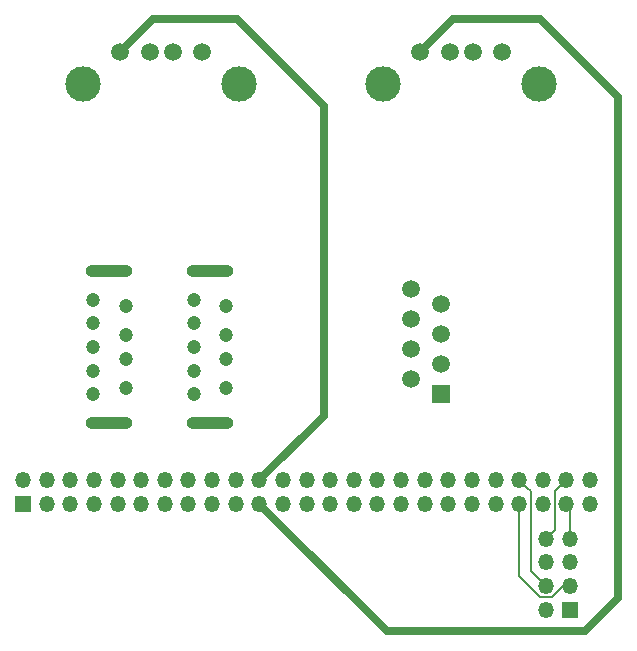
<source format=gbr>
G04 #@! TF.GenerationSoftware,KiCad,Pcbnew,(5.1.2)-1*
G04 #@! TF.CreationDate,2019-10-11T14:20:38-04:00*
G04 #@! TF.ProjectId,faceplate,66616365-706c-4617-9465-2e6b69636164,rev?*
G04 #@! TF.SameCoordinates,Original*
G04 #@! TF.FileFunction,Copper,L1,Top*
G04 #@! TF.FilePolarity,Positive*
%FSLAX46Y46*%
G04 Gerber Fmt 4.6, Leading zero omitted, Abs format (unit mm)*
G04 Created by KiCad (PCBNEW (5.1.2)-1) date 2019-10-11 14:20:38*
%MOMM*%
%LPD*%
G04 APERTURE LIST*
%ADD10R,1.350000X1.350000*%
%ADD11O,1.350000X1.350000*%
%ADD12C,1.500000*%
%ADD13R,1.500000X1.500000*%
%ADD14C,3.000000*%
%ADD15C,1.200000*%
%ADD16O,4.000000X1.000000*%
%ADD17C,0.200000*%
%ADD18C,0.700000*%
G04 APERTURE END LIST*
D10*
X180594000Y-128206000D03*
D11*
X178594000Y-128206000D03*
X180594000Y-126206000D03*
X178594000Y-126206000D03*
X180594000Y-124206000D03*
X178594000Y-124206000D03*
X180594000Y-122206000D03*
X178594000Y-122206000D03*
D12*
X167132000Y-101092000D03*
X169672000Y-102362000D03*
X167132000Y-103632000D03*
X169672000Y-104902000D03*
X167132000Y-106172000D03*
X169672000Y-107442000D03*
X167132000Y-108712000D03*
D13*
X169672000Y-109982000D03*
D14*
X139424000Y-83736000D03*
X152564000Y-83736000D03*
D12*
X142494000Y-81026000D03*
X145034000Y-81026000D03*
X147034000Y-81026000D03*
X149494000Y-81026000D03*
D14*
X164824000Y-83736000D03*
X177964000Y-83736000D03*
D12*
X167894000Y-81026000D03*
X170434000Y-81026000D03*
X172434000Y-81026000D03*
X174894000Y-81026000D03*
D15*
X151502000Y-109474000D03*
D16*
X150127000Y-99574000D03*
D15*
X148752000Y-105974000D03*
X148752000Y-103974000D03*
D16*
X150127000Y-112374000D03*
D15*
X148752000Y-101974000D03*
X148752000Y-109974000D03*
X151502000Y-102474000D03*
X151502000Y-104974000D03*
X151502000Y-106974000D03*
X148752000Y-107974000D03*
X143002000Y-109474000D03*
X143002000Y-106974000D03*
X143002000Y-104974000D03*
X143002000Y-102474000D03*
X140252000Y-101974000D03*
X140252000Y-103974000D03*
X140252000Y-105974000D03*
X140252000Y-107974000D03*
X140252000Y-109974000D03*
D16*
X141627000Y-112374000D03*
X141627000Y-99574000D03*
D11*
X182324000Y-117226000D03*
X182324000Y-119226000D03*
X180324000Y-117226000D03*
X180324000Y-119226000D03*
X178324000Y-117226000D03*
X178324000Y-119226000D03*
X176324000Y-117226000D03*
X176324000Y-119226000D03*
X174324000Y-117226000D03*
X174324000Y-119226000D03*
X172324000Y-117226000D03*
X172324000Y-119226000D03*
X170324000Y-117226000D03*
X170324000Y-119226000D03*
X168324000Y-117226000D03*
X168324000Y-119226000D03*
X166324000Y-117226000D03*
X166324000Y-119226000D03*
X164324000Y-117226000D03*
X164324000Y-119226000D03*
X162324000Y-117226000D03*
X162324000Y-119226000D03*
X160324000Y-117226000D03*
X160324000Y-119226000D03*
X158324000Y-117226000D03*
X158324000Y-119226000D03*
X156324000Y-117226000D03*
X156324000Y-119226000D03*
X154324000Y-117226000D03*
X154324000Y-119226000D03*
X152324000Y-117226000D03*
X152324000Y-119226000D03*
X150324000Y-117226000D03*
X150324000Y-119226000D03*
X148324000Y-117226000D03*
X148324000Y-119226000D03*
X146324000Y-117226000D03*
X146324000Y-119226000D03*
X144324000Y-117226000D03*
X144324000Y-119226000D03*
X142324000Y-117226000D03*
X142324000Y-119226000D03*
X140324000Y-117226000D03*
X140324000Y-119226000D03*
X138324000Y-117226000D03*
X138324000Y-119226000D03*
X136324000Y-117226000D03*
X136324000Y-119226000D03*
X134324000Y-117226000D03*
D10*
X134324000Y-119226000D03*
D17*
X179649001Y-117900999D02*
X180324000Y-117226000D01*
X179348999Y-118201001D02*
X179649001Y-117900999D01*
X179348999Y-121451001D02*
X179348999Y-118201001D01*
X178594000Y-122206000D02*
X179348999Y-121451001D01*
X180594000Y-119496000D02*
X180324000Y-119226000D01*
X180594000Y-122206000D02*
X180594000Y-119496000D01*
X176998999Y-117900999D02*
X176324000Y-117226000D01*
X177299001Y-118201001D02*
X176998999Y-117900999D01*
X177299001Y-124911001D02*
X177299001Y-118201001D01*
X178594000Y-126206000D02*
X177299001Y-124911001D01*
X176324000Y-120180594D02*
X176324000Y-119226000D01*
X176324000Y-125379002D02*
X176324000Y-120180594D01*
X178125999Y-127181001D02*
X176324000Y-125379002D01*
X179062001Y-127181001D02*
X178125999Y-127181001D01*
X180037002Y-126206000D02*
X179062001Y-127181001D01*
X180594000Y-126206000D02*
X180037002Y-126206000D01*
D18*
X159766000Y-111784000D02*
X154324000Y-117226000D01*
X159766000Y-85598000D02*
X159766000Y-111784000D01*
X152400000Y-78232000D02*
X159766000Y-85598000D01*
X142494000Y-81026000D02*
X145288000Y-78232000D01*
X145288000Y-78232000D02*
X152400000Y-78232000D01*
X154998999Y-119900999D02*
X154324000Y-119226000D01*
X165146000Y-130048000D02*
X154998999Y-119900999D01*
X170688000Y-78232000D02*
X178054000Y-78232000D01*
X167894000Y-81026000D02*
X170688000Y-78232000D01*
X178054000Y-78232000D02*
X184658000Y-84836000D01*
X184658000Y-84836000D02*
X184658000Y-127254000D01*
X184658000Y-127254000D02*
X181864000Y-130048000D01*
X181864000Y-130048000D02*
X165146000Y-130048000D01*
M02*

</source>
